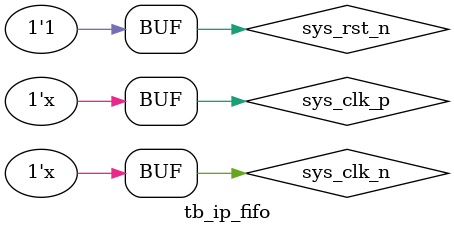
<source format=v>
`timescale 1ns / 1ps
module tb_ip_fifo();

    parameter CLK_PERIOD = 10;
    
    reg sys_clk_p;
    reg sys_clk_n;
    reg sys_rst_n;

    initial begin
        sys_clk_p = 1'b0;
        sys_clk_n = 1'b1;
        sys_rst_n = 1'b0;
        #200
        sys_rst_n = 1'b1;
        #10000 ;
        sys_rst_n = 0;
        #80 ;
        sys_rst_n = 1;
    end

    always #(CLK_PERIOD/2) sys_clk_p = ~sys_clk_p;
    always #(CLK_PERIOD/2) sys_clk_n = ~sys_clk_n;

    ip_fifo u_ip_fifo (
        .sys_clk_p (sys_clk_p),
        .sys_clk_n (sys_clk_n),
        .sys_rst_n (sys_rst_n)
    );
endmodule
</source>
